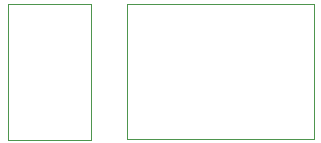
<source format=gbr>
G04 #@! TF.GenerationSoftware,KiCad,Pcbnew,(5.1.2-1)-1*
G04 #@! TF.CreationDate,2019-07-19T11:43:15-07:00*
G04 #@! TF.ProjectId,class v3 - programmer,636c6173-7320-4763-9320-2d2070726f67,rev?*
G04 #@! TF.SameCoordinates,Original*
G04 #@! TF.FileFunction,Profile,NP*
%FSLAX46Y46*%
G04 Gerber Fmt 4.6, Leading zero omitted, Abs format (unit mm)*
G04 Created by KiCad (PCBNEW (5.1.2-1)-1) date 2019-07-19 11:43:15*
%MOMM*%
%LPD*%
G04 APERTURE LIST*
%ADD10C,0.001000*%
G04 APERTURE END LIST*
D10*
X119290000Y-84450000D02*
X135090000Y-84450000D01*
X119290000Y-84450000D02*
X119290000Y-95950000D01*
X119290000Y-95950000D02*
X135090000Y-95950000D01*
X135090000Y-84450000D02*
X135090000Y-95950000D01*
X116240000Y-84470000D02*
X116240000Y-95970000D01*
X109190000Y-84470000D02*
X116240000Y-84470000D01*
X109190000Y-84470000D02*
X109190000Y-95970000D01*
X109190000Y-95970000D02*
X116240000Y-95970000D01*
M02*

</source>
